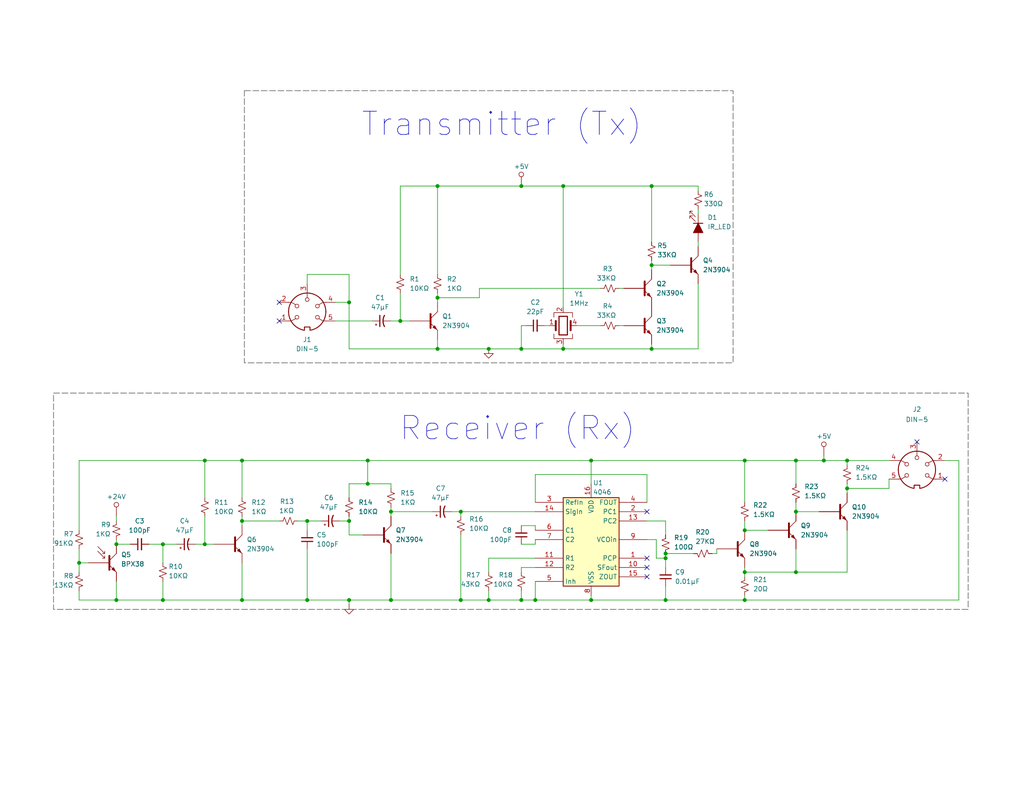
<source format=kicad_sch>
(kicad_sch (version 20231120) (generator "eeschema") (generator_version "8.0")
  (paper "A")
  (title_block (comment 1 "Justin Bell"))
  (lib_symbols
    (symbol "2N3904_1" (pin_numbers hide) (pin_names (offset 0) hide)
      (property "Reference" "Q5" (at 3.81 1.2701 0))
      (property "Value" "2N3904" (at 3.81 -1.2699 0))
      (symbol "2N3904_1_0_1"
        (polyline (pts (xy 0.635 0.635) (xy 2.54 2.54)))
        (polyline (pts (xy 0.635 -0.635) (xy 2.54 -2.54) (xy 2.54 -2.54)))
        (polyline (pts (xy 0.635 1.905) (xy 0.635 -1.905) (xy 0.635 -1.905)) (stroke (width 0.508)))
        (polyline (pts (xy 1.27 -1.778) (xy 1.778 -1.27) (xy 2.286 -2.286) (xy 1.27 -1.778) (xy 1.27 -1.778)) (fill (type outline)))
        (polyline (pts (xy -0.635 1.27) (xy -1.27 1.27) (xy -0.635 1.27) (xy -0.635 1.905) (xy -0.635 1.27) (xy -2.54 3.175)))
        (polyline (pts (xy -0.635 2.54) (xy -1.27 2.54) (xy -0.635 2.54) (xy -0.635 3.175) (xy -0.635 2.54) (xy -2.54 4.445)))
      )
      (symbol "2N3904_1_1_1"
        (pin passive line (at 2.54 -5.08 90) (length 2.54) (name "E") (number "1"))
        (pin passive line (at -5.08 0 0) (length 5.715) (name "B") (number "2"))
        (pin passive line (at 2.54 5.08 270) (length 2.54) (name "C") (number "3"))
      )
    )
    (symbol "2_JB_Custom_sym:VCC"
      (property "Value" "+5V" (at 0 5.588 0))
      (symbol "VCC_0_1"
        (circle (center 0 3.175) (radius 0.635))
      )
      (symbol "VCC_1_1"
        (pin power_in line (at 0 0 90) (length 2.54) (name "~") (number ""))
      )
    )
    (symbol "4xxx_IEEE:4046"
      (property "Reference" "U" (at 8.89 12.7 0))
      (property "Value" "4046" (at 8.89 -15.24 0))
      (symbol "4046_0_1"
        (rectangle (start -7.62 11.43) (end 7.62 -12.7) (stroke (width 0.254)) (fill (type background)))
        (pin power_in line (at 0 15.24 270) (length 3.81) (name "VDD") (number "16"))
        (pin power_in line (at 0 -15.24 90) (length 2.54) (name "VSS") (number "8"))
      )
      (symbol "4046_1_1"
        (pin output line (at 15.24 -5.08 180) (length 7.62) (name "PCP") (number "1"))
        (pin output line (at 15.24 -7.62 180) (length 7.62) (name "SFout") (number "10"))
        (pin input line (at -15.24 -5.08 0) (length 7.62) (name "R1") (number "11"))
        (pin input line (at -15.24 -7.62 0) (length 7.62) (name "R2") (number "12"))
        (pin tri_state line (at 15.24 5.08 180) (length 7.62) (name "PC2") (number "13"))
        (pin input line (at -15.24 7.62 0) (length 7.62) (name "SigIn") (number "14"))
        (pin output line (at 15.24 -10.16 180) (length 7.62) (name "ZOUT") (number "15"))
        (pin output line (at 15.24 7.62 180) (length 7.62) (name "PC1") (number "2"))
        (pin input line (at -15.24 10.16 0) (length 7.62) (name "RefIn") (number "3"))
        (pin output line (at 15.24 10.16 180) (length 7.62) (name "FOUT") (number "4"))
        (pin input line (at -15.24 -11.43 0) (length 7.62) (name "Inh") (number "5"))
        (pin input line (at -15.24 2.54 0) (length 7.62) (name "C1") (number "6"))
        (pin input line (at -15.24 0 0) (length 7.62) (name "C2") (number "7"))
        (pin input line (at 15.24 0 180) (length 7.62) (name "VCOin") (number "9"))
      )
    )
    (symbol "Connector:DIN-5" (pin_names (offset 1.016))
      (property "Reference" "J" (at 3.175 5.715 0))
      (property "Value" "DIN-5" (at 0 -6.35 0))
      (symbol "DIN-5_0_1"
        (arc (start -5.08 0) (mid -3.8609 -3.3364) (end -0.762 -5.08) (stroke (width 0.254)))
        (circle (center -2.794 -1.524) (radius 0.508))
        (circle (center -2.794 1.524) (radius 0.508))
        (polyline (pts (xy 0 5.08) (xy 0 3.81)))
        (polyline (pts (xy -5.08 -2.54) (xy -4.318 -2.54) (xy -3.175 -1.905)))
        (polyline (pts (xy -5.08 2.54) (xy -4.318 2.54) (xy -3.175 1.905)))
        (polyline (pts (xy 5.08 -2.54) (xy 4.318 -2.54) (xy 3.175 -1.905)))
        (polyline (pts (xy 5.08 2.54) (xy 4.318 2.54) (xy 3.175 1.905)))
        (polyline (pts (xy -0.762 -4.953) (xy -0.762 -4.191) (xy 0.762 -4.191) (xy 0.762 -4.953)) (stroke (width 0.254)))
        (circle (center 0 3.302) (radius 0.508))
        (arc (start 0.762 -5.08) (mid 3.8685 -3.343) (end 5.08 0) (stroke (width 0.254)))
        (circle (center 2.794 -1.524) (radius 0.508))
        (circle (center 2.794 1.524) (radius 0.508))
        (arc (start 5.08 0) (mid 0 5.0579) (end -5.08 0) (stroke (width 0.254)))
      )
      (symbol "DIN-5_1_1"
        (pin passive line (at -7.62 -2.54 0) (length 2.54) (name "~") (number "1"))
        (pin passive line (at -7.62 2.54 0) (length 2.54) (name "~") (number "2"))
        (pin passive line (at 0 7.62 270) (length 2.54) (name "~") (number "3"))
        (pin passive line (at 7.62 2.54 180) (length 2.54) (name "~") (number "4"))
        (pin passive line (at 7.62 -2.54 180) (length 2.54) (name "~") (number "5"))
      )
    )
    (symbol "Device:C_Polarized_Small_US" (pin_numbers hide) (pin_names (offset 0.254) hide)
      (property "Reference" "C" (at 0.254 1.778 0))
      (property "Value" "C_Polarized_Small_US" (at 0.254 -2.032 0))
      (symbol "C_Polarized_Small_US_0_1"
        (polyline (pts (xy -1.524 0.508) (xy 1.524 0.508)) (stroke (width 0.3048)))
        (polyline (pts (xy -1.27 1.524) (xy -0.762 1.524)))
        (polyline (pts (xy -1.016 1.27) (xy -1.016 1.778)))
        (arc (start 1.524 -0.762) (mid 0 -0.3734) (end -1.524 -0.762) (stroke (width 0.3048)))
      )
      (symbol "C_Polarized_Small_US_1_1"
        (pin passive line (at 0 2.54 270) (length 2.032) (name "~") (number "1"))
        (pin passive line (at 0 -2.54 90) (length 2.032) (name "~") (number "2"))
      )
    )
    (symbol "Device:C_Small" (pin_numbers hide) (pin_names (offset 0.254) hide)
      (property "Reference" "C" (at 0.254 1.778 0))
      (property "Value" "C_Small" (at 0.254 -2.032 0))
      (symbol "C_Small_0_1"
        (polyline (pts (xy -1.524 -0.508) (xy 1.524 -0.508)) (stroke (width 0.3302)))
        (polyline (pts (xy -1.524 0.508) (xy 1.524 0.508)) (stroke (width 0.3048)))
      )
      (symbol "C_Small_1_1"
        (pin passive line (at 0 2.54 270) (length 2.032) (name "~") (number "1"))
        (pin passive line (at 0 -2.54 90) (length 2.032) (name "~") (number "2"))
      )
    )
    (symbol "Device:Crystal_GND23" (pin_names (offset 1.016) hide)
      (property "Reference" "Y" (at 3.175 5.08 0))
      (property "Value" "Crystal_GND23" (at 3.175 3.175 0))
      (symbol "Crystal_GND23_0_1"
        (rectangle (start -1.143 2.54) (end 1.143 -2.54) (stroke (width 0.3048)))
        (polyline (pts (xy -2.54 0) (xy -2.032 0)))
        (polyline (pts (xy -2.032 -1.27) (xy -2.032 1.27)) (stroke (width 0.508)))
        (polyline (pts (xy 0 -3.81) (xy 0 -3.556)))
        (polyline (pts (xy 0 3.556) (xy 0 3.81)))
        (polyline (pts (xy 2.032 -1.27) (xy 2.032 1.27)) (stroke (width 0.508)))
        (polyline (pts (xy 2.032 0) (xy 2.54 0)))
        (polyline (pts (xy -2.54 -2.286) (xy -2.54 -3.556) (xy 2.54 -3.556) (xy 2.54 -2.286)))
        (polyline (pts (xy -2.54 2.286) (xy -2.54 3.556) (xy 2.54 3.556) (xy 2.54 2.286)))
      )
      (symbol "Crystal_GND23_1_1"
        (pin passive line (at -3.81 0 0) (length 1.27) (name "1") (number "1"))
        (pin passive line (at 0 5.08 270) (length 1.27) (name "2") (number "2"))
        (pin passive line (at 0 -5.08 90) (length 1.27) (name "3") (number "3"))
        (pin passive line (at 3.81 0 180) (length 1.27) (name "4") (number "4"))
      )
    )
    (symbol "Device:LED_Filled" (pin_numbers hide) (pin_names (offset 1.016) hide)
      (property "Reference" "D" (at 0 2.54 0))
      (property "Value" "LED_Filled" (at 0 -2.54 0))
      (symbol "LED_Filled_0_1"
        (polyline (pts (xy -1.27 -1.27) (xy -1.27 1.27)) (stroke (width 0.254)))
        (polyline (pts (xy -1.27 0) (xy 1.27 0)))
        (polyline (pts (xy 1.27 -1.27) (xy 1.27 1.27) (xy -1.27 0) (xy 1.27 -1.27)) (stroke (width 0.254)) (fill (type outline)))
        (polyline (pts (xy -3.048 -0.762) (xy -4.572 -2.286) (xy -3.81 -2.286) (xy -4.572 -2.286) (xy -4.572 -1.524)))
        (polyline (pts (xy -1.778 -0.762) (xy -3.302 -2.286) (xy -2.54 -2.286) (xy -3.302 -2.286) (xy -3.302 -1.524)))
      )
      (symbol "LED_Filled_1_1"
        (pin passive line (at -3.81 0 0) (length 2.54) (name "K") (number "1"))
        (pin passive line (at 3.81 0 180) (length 2.54) (name "A") (number "2"))
      )
    )
    (symbol "Device:R_Small_US" (pin_numbers hide) (pin_names (offset 0.254) hide)
      (property "Reference" "R" (at 0.762 0.508 0))
      (property "Value" "R_Small_US" (at 0.762 -1.016 0))
      (symbol "R_Small_US_1_1"
        (polyline (pts (xy 0 0) (xy 1.016 -0.381) (xy 0 -0.762) (xy -1.016 -1.143) (xy 0 -1.524)))
        (polyline (pts (xy 0 1.524) (xy 1.016 1.143) (xy 0 0.762) (xy -1.016 0.381) (xy 0 0)))
        (pin passive line (at 0 2.54 270) (length 1.016) (name "~") (number "1"))
        (pin passive line (at 0 -2.54 90) (length 1.016) (name "~") (number "2"))
      )
    )
    (symbol "Transistor_BJT:2N3904" (pin_numbers hide) (pin_names (offset 0) hide)
      (property "Reference" "Qe" (at 5.08 1.2701 0))
      (property "Value" "2N3904" (at 5.08 -1.2699 0))
      (symbol "2N3904_0_1"
        (polyline (pts (xy 0.635 0.635) (xy 2.54 2.54)))
        (polyline (pts (xy 0.635 -0.635) (xy 2.54 -2.54) (xy 2.54 -2.54)))
        (polyline (pts (xy 0.635 1.905) (xy 0.635 -1.905) (xy 0.635 -1.905)) (stroke (width 0.508)))
        (polyline (pts (xy 1.27 -1.778) (xy 1.778 -1.27) (xy 2.286 -2.286) (xy 1.27 -1.778) (xy 1.27 -1.778)) (fill (type outline)))
      )
      (symbol "2N3904_1_1"
        (pin passive line (at 2.54 -5.08 90) (length 2.54) (name "E") (number "1"))
        (pin passive line (at -5.08 0 0) (length 5.715) (name "B") (number "2"))
        (pin passive line (at 2.54 5.08 270) (length 2.54) (name "C") (number "3"))
      )
    )
    (symbol "power:GND" (power) (pin_numbers hide) (pin_names (offset 0) hide)
      (property "Value" "GND" (at 0 -3.81 0))
      (symbol "GND_0_1"
        (polyline (pts (xy 0 0) (xy 0 -1.27) (xy 1.27 -1.27) (xy 0 -2.54) (xy -1.27 -1.27) (xy 0 -1.27)))
      )
      (symbol "GND_1_1"
        (pin power_in line (at 0 0 270) (length 0) (name "~") (number "1"))
      )
    )
  )
  (junction (at 109.22 87.63))
  (junction (at 100.33 125.73))
  (junction (at 231.14 125.73))
  (junction (at 181.61 163.83))
  (junction (at 31.75 148.59))
  (junction (at 106.68 139.7))
  (junction (at 142.24 50.8))
  (junction (at 44.45 148.59))
  (junction (at 119.38 81.28))
  (junction (at 119.38 50.8))
  (junction (at 203.2 144.78))
  (junction (at 181.61 151.13))
  (junction (at 142.24 163.83))
  (junction (at 95.25 163.83))
  (junction (at 203.2 125.73))
  (junction (at 177.8 50.8))
  (junction (at 217.17 125.73))
  (junction (at 100.33 132.08))
  (junction (at 133.35 95.25))
  (junction (at 55.88 148.59))
  (junction (at 31.75 163.83))
  (junction (at 106.68 163.83))
  (junction (at 119.38 95.25))
  (junction (at 142.24 95.25))
  (junction (at 133.35 163.83))
  (junction (at 83.82 142.24))
  (junction (at 95.25 82.55))
  (junction (at 177.8 95.25))
  (junction (at 66.04 125.73))
  (junction (at 125.73 139.7))
  (junction (at 203.2 163.83))
  (junction (at 153.67 95.25))
  (junction (at 66.04 163.83))
  (junction (at 217.17 139.7))
  (junction (at 217.17 156.21))
  (junction (at 161.29 163.83))
  (junction (at 231.14 133.35))
  (junction (at 95.25 142.24))
  (junction (at 146.05 163.83))
  (junction (at 83.82 163.83))
  (junction (at 21.59 153.67))
  (junction (at 125.73 163.83))
  (junction (at 181.61 152.4))
  (junction (at 44.45 163.83))
  (junction (at 224.79 125.73))
  (junction (at 203.2 156.21))
  (junction (at 177.8 72.39))
  (junction (at 161.29 125.73))
  (junction (at 55.88 125.73))
  (junction (at 153.67 50.8))
  (junction (at 66.04 142.24))
  (no_connect (at 176.53 154.94))
  (no_connect (at 176.53 157.48))
  (no_connect (at 76.2 87.63))
  (no_connect (at 250.19 120.65))
  (no_connect (at 176.53 152.4))
  (no_connect (at 176.53 139.7))
  (no_connect (at 257.81 130.81))
  (no_connect (at 76.2 82.55))
  (wire (pts (xy 181.61 163.83) (xy 203.2 163.83)))
  (wire (pts (xy 83.82 77.47) (xy 83.82 74.93)))
  (wire (pts (xy 203.2 163.83) (xy 261.62 163.83)))
  (wire (pts (xy 95.25 163.83) (xy 106.68 163.83)))
  (wire (pts (xy 176.53 147.32) (xy 179.07 147.32)))
  (wire (pts (xy 66.04 142.24) (xy 76.2 142.24)))
  (wire (pts (xy 217.17 125.73) (xy 224.79 125.73)))
  (wire (pts (xy 142.24 88.9) (xy 143.51 88.9)))
  (wire (pts (xy 181.61 142.24) (xy 176.53 142.24)))
  (wire (pts (xy 190.5 67.31) (xy 190.5 66.04)))
  (wire (pts (xy 109.22 50.8) (xy 109.22 74.93)))
  (wire (pts (xy 119.38 92.71) (xy 119.38 95.25)))
  (wire (pts (xy 142.24 154.94) (xy 146.05 154.94)))
  (wire (pts (xy 95.25 135.89) (xy 95.25 132.08)))
  (wire (pts (xy 177.8 95.25) (xy 190.5 95.25)))
  (wire (pts (xy 21.59 161.29) (xy 21.59 163.83)))
  (wire (pts (xy 203.2 125.73) (xy 203.2 137.16)))
  (wire (pts (xy 21.59 144.78) (xy 21.59 125.73)))
  (wire (pts (xy 146.05 163.83) (xy 161.29 163.83)))
  (wire (pts (xy 195.58 151.13) (xy 195.58 149.86)))
  (wire (pts (xy 21.59 156.21) (xy 21.59 153.67)))
  (wire (pts (xy 168.91 88.9) (xy 170.18 88.9)))
  (wire (pts (xy 66.04 163.83) (xy 83.82 163.83)))
  (wire (pts (xy 153.67 50.8) (xy 177.8 50.8)))
  (wire (pts (xy 31.75 140.97) (xy 31.75 142.24)))
  (wire (pts (xy 142.24 148.59) (xy 146.05 148.59)))
  (wire (pts (xy 106.68 138.43) (xy 106.68 139.7)))
  (wire (pts (xy 148.59 88.9) (xy 149.86 88.9)))
  (wire (pts (xy 91.44 87.63) (xy 101.6 87.63)))
  (wire (pts (xy 217.17 156.21) (xy 231.14 156.21)))
  (wire (pts (xy 146.05 148.59) (xy 146.05 147.32)))
  (wire (pts (xy 217.17 149.86) (xy 217.17 156.21)))
  (wire (pts (xy 194.31 151.13) (xy 195.58 151.13)))
  (wire (pts (xy 177.8 71.12) (xy 177.8 72.39)))
  (wire (pts (xy 203.2 156.21) (xy 217.17 156.21)))
  (wire (pts (xy 224.79 124.46) (xy 224.79 125.73)))
  (wire (pts (xy 203.2 156.21) (xy 203.2 154.94)))
  (wire (pts (xy 177.8 50.8) (xy 190.5 50.8)))
  (wire (pts (xy 224.79 125.73) (xy 231.14 125.73)))
  (wire (pts (xy 153.67 95.25) (xy 177.8 95.25)))
  (wire (pts (xy 133.35 152.4) (xy 146.05 152.4)))
  (wire (pts (xy 189.23 151.13) (xy 181.61 151.13)))
  (wire (pts (xy 257.81 125.73) (xy 261.62 125.73)))
  (wire (pts (xy 146.05 129.54) (xy 146.05 137.16)))
  (wire (pts (xy 109.22 50.8) (xy 119.38 50.8)))
  (wire (pts (xy 95.25 146.05) (xy 99.06 146.05)))
  (wire (pts (xy 44.45 148.59) (xy 48.26 148.59)))
  (wire (pts (xy 125.73 140.97) (xy 125.73 139.7)))
  (wire (pts (xy 106.68 132.08) (xy 106.68 133.35)))
  (wire (pts (xy 161.29 132.08) (xy 161.29 125.73)))
  (wire (pts (xy 146.05 143.51) (xy 142.24 143.51)))
  (wire (pts (xy 44.45 158.75) (xy 44.45 163.83)))
  (wire (pts (xy 231.14 132.08) (xy 231.14 133.35)))
  (wire (pts (xy 83.82 144.78) (xy 83.82 142.24)))
  (wire (pts (xy 176.53 129.54) (xy 146.05 129.54)))
  (wire (pts (xy 95.25 165.1) (xy 95.25 163.83)))
  (wire (pts (xy 55.88 125.73) (xy 66.04 125.73)))
  (wire (pts (xy 181.61 160.02) (xy 181.61 163.83)))
  (wire (pts (xy 190.5 57.15) (xy 190.5 58.42)))
  (wire (pts (xy 142.24 161.29) (xy 142.24 163.83)))
  (wire (pts (xy 106.68 163.83) (xy 125.73 163.83)))
  (wire (pts (xy 142.24 163.83) (xy 146.05 163.83)))
  (wire (pts (xy 83.82 149.86) (xy 83.82 163.83)))
  (wire (pts (xy 161.29 125.73) (xy 203.2 125.73)))
  (wire (pts (xy 182.88 72.39) (xy 177.8 72.39)))
  (wire (pts (xy 95.25 132.08) (xy 100.33 132.08)))
  (wire (pts (xy 217.17 139.7) (xy 223.52 139.7)))
  (wire (pts (xy 181.61 152.4) (xy 181.61 154.94)))
  (wire (pts (xy 157.48 88.9) (xy 163.83 88.9)))
  (wire (pts (xy 179.07 147.32) (xy 179.07 152.4)))
  (wire (pts (xy 66.04 125.73) (xy 66.04 135.89)))
  (wire (pts (xy 203.2 142.24) (xy 203.2 144.78)))
  (wire (pts (xy 177.8 50.8) (xy 177.8 66.04)))
  (wire (pts (xy 95.25 74.93) (xy 95.25 82.55)))
  (wire (pts (xy 133.35 161.29) (xy 133.35 163.83)))
  (wire (pts (xy 106.68 139.7) (xy 106.68 140.97)))
  (wire (pts (xy 83.82 74.93) (xy 95.25 74.93)))
  (wire (pts (xy 203.2 144.78) (xy 209.55 144.78)))
  (wire (pts (xy 177.8 93.98) (xy 177.8 95.25)))
  (wire (pts (xy 203.2 125.73) (xy 217.17 125.73)))
  (wire (pts (xy 177.8 72.39) (xy 177.8 73.66)))
  (wire (pts (xy 83.82 163.83) (xy 95.25 163.83)))
  (wire (pts (xy 31.75 147.32) (xy 31.75 148.59)))
  (wire (pts (xy 170.18 78.74) (xy 168.91 78.74)))
  (wire (pts (xy 31.75 163.83) (xy 31.75 158.75)))
  (wire (pts (xy 231.14 133.35) (xy 242.57 133.35)))
  (wire (pts (xy 92.71 142.24) (xy 95.25 142.24)))
  (wire (pts (xy 66.04 140.97) (xy 66.04 142.24)))
  (wire (pts (xy 66.04 142.24) (xy 66.04 143.51)))
  (wire (pts (xy 55.88 148.59) (xy 58.42 148.59)))
  (wire (pts (xy 83.82 142.24) (xy 87.63 142.24)))
  (wire (pts (xy 106.68 151.13) (xy 106.68 163.83)))
  (wire (pts (xy 161.29 163.83) (xy 181.61 163.83)))
  (wire (pts (xy 153.67 95.25) (xy 142.24 95.25)))
  (wire (pts (xy 161.29 163.83) (xy 161.29 162.56)))
  (wire (pts (xy 146.05 144.78) (xy 146.05 143.51)))
  (wire (pts (xy 203.2 162.56) (xy 203.2 163.83)))
  (wire (pts (xy 125.73 139.7) (xy 146.05 139.7)))
  (wire (pts (xy 21.59 125.73) (xy 55.88 125.73)))
  (wire (pts (xy 119.38 81.28) (xy 119.38 82.55)))
  (wire (pts (xy 190.5 50.8) (xy 190.5 52.07)))
  (wire (pts (xy 66.04 153.67) (xy 66.04 163.83)))
  (wire (pts (xy 181.61 151.13) (xy 181.61 152.4)))
  (wire (pts (xy 133.35 163.83) (xy 142.24 163.83)))
  (wire (pts (xy 203.2 157.48) (xy 203.2 156.21)))
  (wire (pts (xy 106.68 139.7) (xy 118.11 139.7)))
  (wire (pts (xy 31.75 148.59) (xy 35.56 148.59)))
  (wire (pts (xy 142.24 50.8) (xy 153.67 50.8)))
  (wire (pts (xy 53.34 148.59) (xy 55.88 148.59)))
  (wire (pts (xy 109.22 87.63) (xy 111.76 87.63)))
  (wire (pts (xy 95.25 140.97) (xy 95.25 142.24)))
  (wire (pts (xy 179.07 152.4) (xy 181.61 152.4)))
  (wire (pts (xy 21.59 149.86) (xy 21.59 153.67)))
  (wire (pts (xy 190.5 77.47) (xy 190.5 95.25)))
  (wire (pts (xy 119.38 95.25) (xy 95.25 95.25)))
  (wire (pts (xy 119.38 80.01) (xy 119.38 81.28)))
  (wire (pts (xy 231.14 144.78) (xy 231.14 156.21)))
  (wire (pts (xy 153.67 50.8) (xy 153.67 83.82)))
  (wire (pts (xy 133.35 95.25) (xy 142.24 95.25)))
  (wire (pts (xy 261.62 125.73) (xy 261.62 163.83)))
  (wire (pts (xy 231.14 133.35) (xy 231.14 134.62)))
  (wire (pts (xy 119.38 50.8) (xy 119.38 74.93)))
  (wire (pts (xy 142.24 156.21) (xy 142.24 154.94)))
  (wire (pts (xy 125.73 163.83) (xy 133.35 163.83)))
  (wire (pts (xy 130.81 78.74) (xy 163.83 78.74)))
  (wire (pts (xy 40.64 148.59) (xy 44.45 148.59)))
  (wire (pts (xy 83.82 142.24) (xy 81.28 142.24)))
  (wire (pts (xy 100.33 125.73) (xy 161.29 125.73)))
  (wire (pts (xy 55.88 125.73) (xy 55.88 135.89)))
  (wire (pts (xy 21.59 153.67) (xy 24.13 153.67)))
  (wire (pts (xy 91.44 82.55) (xy 95.25 82.55)))
  (wire (pts (xy 44.45 163.83) (xy 66.04 163.83)))
  (wire (pts (xy 66.04 125.73) (xy 100.33 125.73)))
  (wire (pts (xy 125.73 146.05) (xy 125.73 163.83)))
  (wire (pts (xy 55.88 140.97) (xy 55.88 148.59)))
  (wire (pts (xy 109.22 80.01) (xy 109.22 87.63)))
  (wire (pts (xy 119.38 95.25) (xy 133.35 95.25)))
  (wire (pts (xy 217.17 125.73) (xy 217.17 132.08)))
  (wire (pts (xy 231.14 125.73) (xy 242.57 125.73)))
  (wire (pts (xy 130.81 78.74) (xy 130.81 81.28)))
  (wire (pts (xy 123.19 139.7) (xy 125.73 139.7)))
  (wire (pts (xy 153.67 93.98) (xy 153.67 95.25)))
  (wire (pts (xy 242.57 133.35) (xy 242.57 130.81)))
  (wire (pts (xy 133.35 156.21) (xy 133.35 152.4)))
  (wire (pts (xy 100.33 132.08) (xy 106.68 132.08)))
  (wire (pts (xy 231.14 125.73) (xy 231.14 127)))
  (wire (pts (xy 100.33 125.73) (xy 100.33 132.08)))
  (wire (pts (xy 106.68 87.63) (xy 109.22 87.63)))
  (wire (pts (xy 31.75 163.83) (xy 44.45 163.83)))
  (wire (pts (xy 95.25 82.55) (xy 95.25 95.25)))
  (wire (pts (xy 217.17 137.16) (xy 217.17 139.7)))
  (wire (pts (xy 95.25 146.05) (xy 95.25 142.24)))
  (wire (pts (xy 181.61 146.05) (xy 181.61 142.24)))
  (wire (pts (xy 21.59 163.83) (xy 31.75 163.83)))
  (wire (pts (xy 176.53 137.16) (xy 176.53 129.54)))
  (wire (pts (xy 142.24 88.9) (xy 142.24 95.25)))
  (wire (pts (xy 44.45 148.59) (xy 44.45 153.67)))
  (wire (pts (xy 119.38 50.8) (xy 142.24 50.8)))
  (wire (pts (xy 146.05 158.75) (xy 146.05 163.83)))
  (wire (pts (xy 130.81 81.28) (xy 119.38 81.28)))
  (rectangle (start 14.605 107.315) (end 264.16 166.37) (stroke (width 0) (type dash) (color 72 72 72 1)))
  (rectangle (start 66.675 24.765) (end 200.025 99.06) (stroke (width 0) (type dash) (color 72 72 72 1)))
  (text "Transmitter (Tx)" (at 136.906 34.036 0) (effects (font (size 6.35 6.35))))
  (text "Receiver (Rx)" (at 141.224 117.094 0) (effects (font (size 6.35 6.35))))
  (symbol (lib_id "Transistor_BJT:2N3904") (at 104.14 146.05 0) (unit 1)
    (property "Reference" "Q7" (at 107.95 144.7799 0) (effects (justify left)))
    (property "Value" "2N3904" (at 107.95 147.3199 0) (effects (justify left)))
    (property "Footprint" "Package_TO_SOT_THT:TO-92_Inline" (effects (hide yes)))
    (property "Datasheet" "https://www.onsemi.com/pub/Collateral/2N3903-D.PDF" (effects (hide yes)))
    (property "Description" "0.2A Ic, 40V Vce, Small Signal NPN Transistor, TO-92" (effects (hide yes)))
  )
  (symbol (lib_id "power:GND") (at 133.35 95.25 0) (unit 1)
    (property "Reference" "#PWR01" (effects (hide yes)))
    (property "Value" "GND" (effects (hide yes)))
    (property "Description" "Power symbol creates a global label with name \"GND\" , ground" (effects (hide yes)))
  )
  (symbol (lib_id "Device:R_Small_US") (at 44.45 156.21 180) (unit 1)
    (property "Reference" "R10" (at 45.974 154.686 0) (effects (justify right)))
    (property "Value" "10KΩ" (at 45.974 157.226 0) (effects (justify right)))
    (property "Description" "Resistor, small US symbol" (effects (hide yes)))
  )
  (symbol (lib_id "Transistor_BJT:2N3904") (at 116.84 87.63 0) (unit 1)
    (property "Reference" "Q1" (at 120.65 86.3599 0) (effects (justify left)))
    (property "Value" "2N3904" (at 120.65 88.8999 0) (effects (justify left)))
    (property "Footprint" "Package_TO_SOT_THT:TO-92_Inline" (effects (hide yes)))
    (property "Datasheet" "https://www.onsemi.com/pub/Collateral/2N3903-D.PDF" (effects (hide yes)))
    (property "Description" "0.2A Ic, 40V Vce, Small Signal NPN Transistor, TO-92" (effects (hide yes)))
  )
  (symbol (lib_id "Device:C_Small") (at 181.61 157.48 180) (unit 1)
    (property "Reference" "C9" (at 184.15 156.2035 0) (effects (justify right)))
    (property "Value" "0.01µF" (at 184.15 158.7435 0) (effects (justify right)))
    (property "Description" "Unpolarized capacitor, small symbol" (effects (hide yes)))
  )
  (symbol (lib_id "Device:R_Small_US") (at 66.04 138.43 180) (unit 1)
    (property "Reference" "R12" (at 68.58 137.1599 0) (effects (justify right)))
    (property "Value" "1KΩ" (at 68.58 139.6999 0) (effects (justify right)))
    (property "Description" "Resistor, small US symbol" (effects (hide yes)))
  )
  (symbol (lib_id "2_JB_Custom_sym:VCC") (at 31.75 140.97 0) (unit 1)
    (property "Reference" "#PWR13" (effects (hide yes)))
    (property "Value" "+24V" (at 31.75 135.636 0))
  )
  (symbol (lib_id "Device:R_Small_US") (at 95.25 138.43 180) (unit 1)
    (property "Reference" "R14" (at 97.79 137.1599 0) (effects (justify right)))
    (property "Value" "10KΩ" (at 97.79 139.6999 0) (effects (justify right)))
    (property "Description" "Resistor, small US symbol" (effects (hide yes)))
  )
  (symbol (lib_id "Device:C_Small") (at 146.05 88.9 90) (unit 1)
    (property "Reference" "C2" (at 146.0563 82.55 90))
    (property "Value" "22pF" (at 146.0563 85.09 90))
    (property "Description" "Unpolarized capacitor, small symbol" (effects (hide yes)))
  )
  (symbol (lib_id "Device:LED_Filled") (at 190.5 62.23 270) (unit 1)
    (property "Reference" "D1" (at 193.04 59.3724 90) (effects (justify left)))
    (property "Value" "IR_LED" (at 193.04 61.9124 90) (effects (justify left)))
    (property "Description" "Light emitting diode, filled shape" (effects (hide yes)))
  )
  (symbol (lib_id "Transistor_BJT:2N3904") (at 187.96 72.39 0) (unit 1)
    (property "Reference" "Q4" (at 191.77 71.1199 0) (effects (justify left)))
    (property "Value" "2N3904" (at 191.77 73.6599 0) (effects (justify left)))
    (property "Footprint" "Package_TO_SOT_THT:TO-92_Inline" (effects (hide yes)))
    (property "Datasheet" "https://www.onsemi.com/pub/Collateral/2N3903-D.PDF" (effects (hide yes)))
    (property "Description" "0.2A Ic, 40V Vce, Small Signal NPN Transistor, TO-92" (effects (hide yes)))
  )
  (symbol (lib_id "Device:C_Polarized_Small_US") (at 120.65 139.7 90) (unit 1)
    (property "Reference" "C7" (at 120.2182 133.35 90))
    (property "Value" "47µF" (at 120.2182 135.89 90))
    (property "Description" "Polarized capacitor, small US symbol" (effects (hide yes)))
  )
  (symbol (lib_id "Device:R_Small_US") (at 78.74 142.24 270) (unit 1)
    (property "Reference" "R13" (at 80.264 136.906 90) (effects (justify right)))
    (property "Value" "1KΩ" (at 80.264 139.446 90) (effects (justify right)))
    (property "Description" "Resistor, small US symbol" (effects (hide yes)))
  )
  (symbol (lib_id "Device:R_Small_US") (at 190.5 54.61 180) (unit 1)
    (property "Reference" "R6" (at 192.024 53.086 0) (effects (justify right)))
    (property "Value" "330Ω" (at 192.024 55.626 0) (effects (justify right)))
    (property "Description" "Resistor, small US symbol" (effects (hide yes)))
  )
  (symbol (lib_id "Device:R_Small_US") (at 109.22 77.47 180) (unit 1)
    (property "Reference" "R1" (at 111.76 76.1999 0) (effects (justify right)))
    (property "Value" "10KΩ" (at 111.76 78.7399 0) (effects (justify right)))
    (property "Description" "Resistor, small US symbol" (effects (hide yes)))
  )
  (symbol (lib_id "Device:R_Small_US") (at 191.77 151.13 90) (mirror x) (unit 1)
    (property "Reference" "R20" (at 189.738 145.288 90) (effects (justify right)))
    (property "Value" "27KΩ" (at 189.738 147.828 90) (effects (justify right)))
    (property "Description" "Resistor, small US symbol" (effects (hide yes)))
  )
  (symbol (lib_id "Device:R_Small_US") (at 181.61 148.59 0) (mirror y) (unit 1)
    (property "Reference" "R19" (at 183.896 146.812 0) (effects (justify right)))
    (property "Value" "100Ω" (at 183.896 149.352 0) (effects (justify right)))
    (property "Description" "Resistor, small US symbol" (effects (hide yes)))
  )
  (symbol (lib_id "Device:R_Small_US") (at 55.88 138.43 180) (unit 1)
    (property "Reference" "R11" (at 58.42 137.1599 0) (effects (justify right)))
    (property "Value" "10KΩ" (at 58.42 139.6999 0) (effects (justify right)))
    (property "Description" "Resistor, small US symbol" (effects (hide yes)))
  )
  (symbol (lib_id "4xxx_IEEE:4046") (at 161.29 147.32 0) (unit 1)
    (property "Reference" "U1" (at 161.798 131.826 0) (effects (justify left)))
    (property "Value" "4046" (at 161.798 134.366 0) (effects (justify left)))
  )
  (symbol (lib_id "Transistor_BJT:2N3904") (at 214.63 144.78 0) (unit 1)
    (property "Reference" "Q9" (at 218.44 143.5099 0) (effects (justify left)))
    (property "Value" "2N3904" (at 218.44 146.0499 0) (effects (justify left)))
    (property "Footprint" "Package_TO_SOT_THT:TO-92_Inline" (effects (hide yes)))
    (property "Datasheet" "https://www.onsemi.com/pub/Collateral/2N3903-D.PDF" (effects (hide yes)))
    (property "Description" "0.2A Ic, 40V Vce, Small Signal NPN Transistor, TO-92" (effects (hide yes)))
  )
  (symbol (lib_id "Device:R_Small_US") (at 203.2 139.7 0) (mirror y) (unit 1)
    (property "Reference" "R22" (at 205.486 137.922 0) (effects (justify right)))
    (property "Value" "1.5KΩ" (at 205.486 140.462 0) (effects (justify right)))
    (property "Description" "Resistor, small US symbol" (effects (hide yes)))
  )
  (symbol (lib_id "Device:R_Small_US") (at 125.73 143.51 0) (mirror y) (unit 1)
    (property "Reference" "R16" (at 128.016 141.732 0) (effects (justify right)))
    (property "Value" "10KΩ" (at 128.016 144.272 0) (effects (justify right)))
    (property "Description" "Resistor, small US symbol" (effects (hide yes)))
  )
  (symbol (lib_id "Device:C_Polarized_Small_US") (at 104.14 87.63 90) (unit 1)
    (property "Reference" "C1" (at 103.7082 81.28 90))
    (property "Value" "47µF" (at 103.7082 83.82 90))
    (property "Description" "Polarized capacitor, small US symbol" (effects (hide yes)))
  )
  (symbol (lib_id "Connector:DIN-5") (at 250.19 128.27 0) (mirror y) (unit 1)
    (property "Reference" "J2" (at 250.1901 111.76 0))
    (property "Value" "DIN-5" (at 250.19 114.554 0))
    (property "Datasheet" "http://www.mouser.com/ds/2/18/40_c091_abd_e-75918.pdf" (effects (hide yes)))
    (property "Description" "5-pin DIN connector" (effects (hide yes)))
  )
  (symbol (lib_id "Device:R_Small_US") (at 21.59 158.75 0) (mirror x) (unit 1)
    (property "Reference" "R8" (at 20.066 157.226 0) (effects (justify right)))
    (property "Value" "13KΩ" (at 20.066 159.766 0) (effects (justify right)))
    (property "Description" "Resistor, small US symbol" (effects (hide yes)))
  )
  (symbol (lib_id "Device:R_Small_US") (at 166.37 78.74 270) (unit 1)
    (property "Reference" "R3" (at 167.132 73.406 90) (effects (justify right)))
    (property "Value" "33KΩ" (at 168.148 75.946 90) (effects (justify right)))
    (property "Description" "Resistor, small US symbol" (effects (hide yes)))
  )
  (symbol (lib_id "Device:C_Small") (at 83.82 147.32 180) (unit 1)
    (property "Reference" "C5" (at 86.36 146.0435 0) (effects (justify right)))
    (property "Value" "100pF" (at 86.36 148.5835 0) (effects (justify right)))
    (property "Description" "Unpolarized capacitor, small symbol" (effects (hide yes)))
  )
  (symbol (lib_id "Device:C_Polarized_Small_US") (at 90.17 142.24 90) (unit 1)
    (property "Reference" "C6" (at 89.7382 135.89 90))
    (property "Value" "47µF" (at 89.7382 138.43 90))
    (property "Description" "Polarized capacitor, small US symbol" (effects (hide yes)))
  )
  (symbol (lib_id "Device:R_Small_US") (at 177.8 68.58 180) (unit 1)
    (property "Reference" "R5" (at 179.324 67.056 0) (effects (justify right)))
    (property "Value" "33KΩ" (at 179.324 69.596 0) (effects (justify right)))
    (property "Description" "Resistor, small US symbol" (effects (hide yes)))
  )
  (symbol (lib_id "power:GND") (at 95.25 165.1 0) (unit 1)
    (property "Reference" "#PWR021" (effects (hide yes)))
    (property "Value" "GND" (effects (hide yes)))
    (property "Description" "Power symbol creates a global label with name \"GND\" , ground" (effects (hide yes)))
  )
  (symbol (lib_id "Device:R_Small_US") (at 31.75 144.78 0) (mirror x) (unit 1)
    (property "Reference" "R9" (at 30.226 143.256 0) (effects (justify right)))
    (property "Value" "1KΩ" (at 30.226 145.796 0) (effects (justify right)))
    (property "Description" "Resistor, small US symbol" (effects (hide yes)))
  )
  (symbol (lib_id "2_JB_Custom_sym:VCC") (at 142.24 50.8 0) (unit 1)
    (property "Reference" "#PWR8" (effects (hide yes)))
    (property "Value" "+5V" (at 142.24 45.466 0))
  )
  (symbol (lib_id "Transistor_BJT:2N3904") (at 63.5 148.59 0) (unit 1)
    (property "Reference" "Q6" (at 67.31 147.3199 0) (effects (justify left)))
    (property "Value" "2N3904" (at 67.31 149.8599 0) (effects (justify left)))
    (property "Footprint" "Package_TO_SOT_THT:TO-92_Inline" (effects (hide yes)))
    (property "Datasheet" "https://www.onsemi.com/pub/Collateral/2N3903-D.PDF" (effects (hide yes)))
    (property "Description" "0.2A Ic, 40V Vce, Small Signal NPN Transistor, TO-92" (effects (hide yes)))
  )
  (symbol (lib_id "Device:R_Small_US") (at 21.59 147.32 0) (mirror x) (unit 1)
    (property "Reference" "R7" (at 20.066 145.796 0) (effects (justify right)))
    (property "Value" "91KΩ" (at 20.066 148.336 0) (effects (justify right)))
    (property "Description" "Resistor, small US symbol" (effects (hide yes)))
  )
  (symbol (lib_id "Device:R_Small_US") (at 203.2 160.02 0) (mirror y) (unit 1)
    (property "Reference" "R21" (at 205.486 158.242 0) (effects (justify right)))
    (property "Value" "20Ω" (at 205.486 160.782 0) (effects (justify right)))
    (property "Description" "Resistor, small US symbol" (effects (hide yes)))
  )
  (symbol (lib_id "Device:R_Small_US") (at 119.38 77.47 180) (unit 1)
    (property "Reference" "R2" (at 121.92 76.1999 0) (effects (justify right)))
    (property "Value" "1KΩ" (at 121.92 78.7399 0) (effects (justify right)))
    (property "Description" "Resistor, small US symbol" (effects (hide yes)))
  )
  (symbol (lib_id "Connector:DIN-5") (at 83.82 85.09 0) (unit 1)
    (property "Reference" "J1" (at 83.8201 92.71 0))
    (property "Value" "DIN-5" (at 83.8201 95.25 0))
    (property "Datasheet" "http://www.mouser.com/ds/2/18/40_c091_abd_e-75918.pdf" (effects (hide yes)))
    (property "Description" "5-pin DIN connector" (effects (hide yes)))
  )
  (symbol (lib_id "Device:C_Polarized_Small_US") (at 50.8 148.59 90) (unit 1)
    (property "Reference" "C4" (at 50.3682 142.24 90))
    (property "Value" "47µF" (at 50.3682 144.78 90))
    (property "Description" "Polarized capacitor, small US symbol" (effects (hide yes)))
  )
  (symbol (lib_id "Device:R_Small_US") (at 231.14 129.54 0) (mirror y) (unit 1)
    (property "Reference" "R24" (at 233.426 127.762 0) (effects (justify right)))
    (property "Value" "1.5KΩ" (at 233.426 130.302 0) (effects (justify right)))
    (property "Description" "Resistor, small US symbol" (effects (hide yes)))
  )
  (symbol (lib_id "Device:R_Small_US") (at 133.35 158.75 0) (unit 1)
    (property "Reference" "R17" (at 131.064 156.972 0) (effects (justify right)))
    (property "Value" "43KΩ" (at 131.064 159.512 0) (effects (justify right)))
    (property "Description" "Resistor, small US symbol" (effects (hide yes)))
  )
  (symbol (lib_id "Device:C_Small") (at 38.1 148.59 90) (unit 1)
    (property "Reference" "C3" (at 38.1063 142.24 90))
    (property "Value" "100pF" (at 38.1063 144.78 90))
    (property "Description" "Unpolarized capacitor, small symbol" (effects (hide yes)))
  )
  (symbol (lib_id "Device:R_Small_US") (at 142.24 158.75 0) (unit 1)
    (property "Reference" "R18" (at 139.954 156.972 0) (effects (justify right)))
    (property "Value" "10KΩ" (at 139.954 159.512 0) (effects (justify right)))
    (property "Description" "Resistor, small US symbol" (effects (hide yes)))
  )
  (symbol (lib_id "Device:Crystal_GND23") (at 153.67 88.9 0) (unit 1)
    (property "Reference" "Y1" (at 157.988 80.264 0))
    (property "Value" "1MHz" (at 157.988 82.804 0))
    (property "Description" "Four pin crystal, GND on pins 2 and 3" (effects (hide yes)))
  )
  (symbol (lib_id "Device:R_Small_US") (at 106.68 135.89 180) (unit 1)
    (property "Reference" "R15" (at 109.22 134.6199 0) (effects (justify right)))
    (property "Value" "1KΩ" (at 109.22 137.1599 0) (effects (justify right)))
    (property "Description" "Resistor, small US symbol" (effects (hide yes)))
  )
  (symbol (lib_name "2N3904_1") (lib_id "Transistor_BJT:2N3904") (at 29.21 153.67 0) (unit 1)
    (property "Reference" "Q5" (at 33.02 151.4474 0) (effects (justify left)))
    (property "Value" "BPX38" (at 33.02 153.9874 0) (effects (justify left)))
    (property "Footprint" "Package_TO_SOT_THT:TO-92_Inline" (effects (hide yes)))
    (property "Datasheet" "https://www.onsemi.com/pub/Collateral/2N3903-D.PDF" (effects (hide yes)))
    (property "Description" "0.2A Ic, 40V Vce, Small Signal NPN Transistor, TO-92" (effects (hide yes)))
  )
  (symbol (lib_id "Device:C_Small") (at 142.24 146.05 0) (mirror x) (unit 1)
    (property "Reference" "C8" (at 139.7 144.7735 0) (effects (justify right)))
    (property "Value" "100pF" (at 139.7 147.3135 0) (effects (justify right)))
    (property "Description" "Unpolarized capacitor, small symbol" (effects (hide yes)))
  )
  (symbol (lib_id "Transistor_BJT:2N3904") (at 228.6 139.7 0) (unit 1)
    (property "Reference" "Q10" (at 232.41 138.4299 0) (effects (justify left)))
    (property "Value" "2N3904" (at 232.41 140.9699 0) (effects (justify left)))
    (property "Footprint" "Package_TO_SOT_THT:TO-92_Inline" (effects (hide yes)))
    (property "Datasheet" "https://www.onsemi.com/pub/Collateral/2N3903-D.PDF" (effects (hide yes)))
    (property "Description" "0.2A Ic, 40V Vce, Small Signal NPN Transistor, TO-92" (effects (hide yes)))
  )
  (symbol (lib_id "Transistor_BJT:2N3904") (at 200.66 149.86 0) (unit 1)
    (property "Reference" "Q8" (at 204.47 148.5899 0) (effects (justify left)))
    (property "Value" "2N3904" (at 204.47 151.1299 0) (effects (justify left)))
    (property "Footprint" "Package_TO_SOT_THT:TO-92_Inline" (effects (hide yes)))
    (property "Datasheet" "https://www.onsemi.com/pub/Collateral/2N3903-D.PDF" (effects (hide yes)))
    (property "Description" "0.2A Ic, 40V Vce, Small Signal NPN Transistor, TO-92" (effects (hide yes)))
  )
  (symbol (lib_id "Device:R_Small_US") (at 217.17 134.62 0) (mirror y) (unit 1)
    (property "Reference" "R23" (at 219.456 132.842 0) (effects (justify right)))
    (property "Value" "1.5KΩ" (at 219.456 135.382 0) (effects (justify right)))
    (property "Description" "Resistor, small US symbol" (effects (hide yes)))
  )
  (symbol (lib_id "Transistor_BJT:2N3904") (at 175.26 78.74 0) (unit 1)
    (property "Reference" "Q2" (at 179.07 77.4699 0) (effects (justify left)))
    (property "Value" "2N3904" (at 179.07 80.0099 0) (effects (justify left)))
    (property "Footprint" "Package_TO_SOT_THT:TO-92_Inline" (effects (hide yes)))
    (property "Datasheet" "https://www.onsemi.com/pub/Collateral/2N3903-D.PDF" (effects (hide yes)))
    (property "Description" "0.2A Ic, 40V Vce, Small Signal NPN Transistor, TO-92" (effects (hide yes)))
  )
  (symbol (lib_id "Device:R_Small_US") (at 166.37 88.9 270) (unit 1)
    (property "Reference" "R4" (at 167.132 83.566 90) (effects (justify right)))
    (property "Value" "33KΩ" (at 168.148 86.106 90) (effects (justify right)))
    (property "Description" "Resistor, small US symbol" (effects (hide yes)))
  )
  (symbol (lib_id "Transistor_BJT:2N3904") (at 175.26 88.9 0) (unit 1)
    (property "Reference" "Q3" (at 179.07 87.6299 0) (effects (justify left)))
    (property "Value" "2N3904" (at 179.07 90.1699 0) (effects (justify left)))
    (property "Footprint" "Package_TO_SOT_THT:TO-92_Inline" (effects (hide yes)))
    (property "Datasheet" "https://www.onsemi.com/pub/Collateral/2N3903-D.PDF" (effects (hide yes)))
    (property "Description" "0.2A Ic, 40V Vce, Small Signal NPN Transistor, TO-92" (effects (hide yes)))
  )
  (symbol (lib_id "2_JB_Custom_sym:VCC") (at 224.79 124.46 0) (unit 1)
    (property "Reference" "#PWR14" (effects (hide yes)))
    (property "Value" "+5V" (at 224.79 119.126 0))
  )
)
</source>
